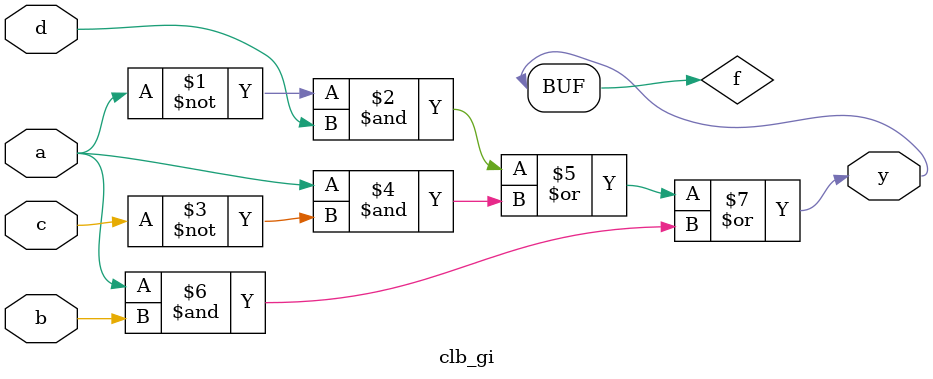
<source format=v>
module clb_gi(
	input a,
	input b,
	input c,
	input d,
	output y
);

	wire f;
	
	assign f = ~a & d | a & ~c | a & b;
	assign y = f;
	
endmodule


</source>
